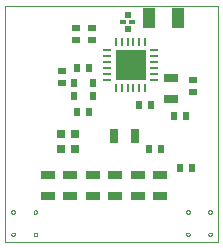
<source format=gtp>
G75*
%MOIN*%
%OFA0B0*%
%FSLAX25Y25*%
%IPPOS*%
%LPD*%
%AMOC8*
5,1,8,0,0,1.08239X$1,22.5*
%
%ADD10C,0.00000*%
%ADD11R,0.03000X0.01000*%
%ADD12R,0.01000X0.03000*%
%ADD13R,0.10400X0.10400*%
%ADD14C,0.00100*%
%ADD15R,0.02362X0.02953*%
%ADD16R,0.01969X0.01181*%
%ADD17R,0.02165X0.02165*%
%ADD18R,0.03937X0.06693*%
%ADD19R,0.02362X0.02756*%
%ADD20R,0.04724X0.03150*%
%ADD21R,0.02756X0.02362*%
%ADD22R,0.02756X0.03150*%
%ADD23R,0.03150X0.04724*%
D10*
X0029368Y0014150D02*
X0029368Y0092890D01*
X0100234Y0092890D01*
X0100234Y0014150D01*
X0029368Y0014150D01*
X0031375Y0016748D02*
X0031377Y0016796D01*
X0031383Y0016844D01*
X0031393Y0016891D01*
X0031406Y0016937D01*
X0031424Y0016982D01*
X0031444Y0017026D01*
X0031469Y0017068D01*
X0031497Y0017107D01*
X0031527Y0017144D01*
X0031561Y0017178D01*
X0031598Y0017210D01*
X0031636Y0017239D01*
X0031677Y0017264D01*
X0031720Y0017286D01*
X0031765Y0017304D01*
X0031811Y0017318D01*
X0031858Y0017329D01*
X0031906Y0017336D01*
X0031954Y0017339D01*
X0032002Y0017338D01*
X0032050Y0017333D01*
X0032098Y0017324D01*
X0032144Y0017312D01*
X0032189Y0017295D01*
X0032233Y0017275D01*
X0032275Y0017252D01*
X0032315Y0017225D01*
X0032353Y0017195D01*
X0032388Y0017162D01*
X0032420Y0017126D01*
X0032450Y0017088D01*
X0032476Y0017047D01*
X0032498Y0017004D01*
X0032518Y0016960D01*
X0032533Y0016915D01*
X0032545Y0016868D01*
X0032553Y0016820D01*
X0032557Y0016772D01*
X0032557Y0016724D01*
X0032553Y0016676D01*
X0032545Y0016628D01*
X0032533Y0016581D01*
X0032518Y0016536D01*
X0032498Y0016492D01*
X0032476Y0016449D01*
X0032450Y0016408D01*
X0032420Y0016370D01*
X0032388Y0016334D01*
X0032353Y0016301D01*
X0032315Y0016271D01*
X0032275Y0016244D01*
X0032233Y0016221D01*
X0032189Y0016201D01*
X0032144Y0016184D01*
X0032098Y0016172D01*
X0032050Y0016163D01*
X0032002Y0016158D01*
X0031954Y0016157D01*
X0031906Y0016160D01*
X0031858Y0016167D01*
X0031811Y0016178D01*
X0031765Y0016192D01*
X0031720Y0016210D01*
X0031677Y0016232D01*
X0031636Y0016257D01*
X0031598Y0016286D01*
X0031561Y0016318D01*
X0031527Y0016352D01*
X0031497Y0016389D01*
X0031469Y0016428D01*
X0031444Y0016470D01*
X0031424Y0016514D01*
X0031406Y0016559D01*
X0031393Y0016605D01*
X0031383Y0016652D01*
X0031377Y0016700D01*
X0031375Y0016748D01*
X0031375Y0024150D02*
X0031377Y0024198D01*
X0031383Y0024246D01*
X0031393Y0024293D01*
X0031406Y0024339D01*
X0031424Y0024384D01*
X0031444Y0024428D01*
X0031469Y0024470D01*
X0031497Y0024509D01*
X0031527Y0024546D01*
X0031561Y0024580D01*
X0031598Y0024612D01*
X0031636Y0024641D01*
X0031677Y0024666D01*
X0031720Y0024688D01*
X0031765Y0024706D01*
X0031811Y0024720D01*
X0031858Y0024731D01*
X0031906Y0024738D01*
X0031954Y0024741D01*
X0032002Y0024740D01*
X0032050Y0024735D01*
X0032098Y0024726D01*
X0032144Y0024714D01*
X0032189Y0024697D01*
X0032233Y0024677D01*
X0032275Y0024654D01*
X0032315Y0024627D01*
X0032353Y0024597D01*
X0032388Y0024564D01*
X0032420Y0024528D01*
X0032450Y0024490D01*
X0032476Y0024449D01*
X0032498Y0024406D01*
X0032518Y0024362D01*
X0032533Y0024317D01*
X0032545Y0024270D01*
X0032553Y0024222D01*
X0032557Y0024174D01*
X0032557Y0024126D01*
X0032553Y0024078D01*
X0032545Y0024030D01*
X0032533Y0023983D01*
X0032518Y0023938D01*
X0032498Y0023894D01*
X0032476Y0023851D01*
X0032450Y0023810D01*
X0032420Y0023772D01*
X0032388Y0023736D01*
X0032353Y0023703D01*
X0032315Y0023673D01*
X0032275Y0023646D01*
X0032233Y0023623D01*
X0032189Y0023603D01*
X0032144Y0023586D01*
X0032098Y0023574D01*
X0032050Y0023565D01*
X0032002Y0023560D01*
X0031954Y0023559D01*
X0031906Y0023562D01*
X0031858Y0023569D01*
X0031811Y0023580D01*
X0031765Y0023594D01*
X0031720Y0023612D01*
X0031677Y0023634D01*
X0031636Y0023659D01*
X0031598Y0023688D01*
X0031561Y0023720D01*
X0031527Y0023754D01*
X0031497Y0023791D01*
X0031469Y0023830D01*
X0031444Y0023872D01*
X0031424Y0023916D01*
X0031406Y0023961D01*
X0031393Y0024007D01*
X0031383Y0024054D01*
X0031377Y0024102D01*
X0031375Y0024150D01*
X0038777Y0024150D02*
X0038779Y0024198D01*
X0038785Y0024246D01*
X0038795Y0024293D01*
X0038808Y0024339D01*
X0038826Y0024384D01*
X0038846Y0024428D01*
X0038871Y0024470D01*
X0038899Y0024509D01*
X0038929Y0024546D01*
X0038963Y0024580D01*
X0039000Y0024612D01*
X0039038Y0024641D01*
X0039079Y0024666D01*
X0039122Y0024688D01*
X0039167Y0024706D01*
X0039213Y0024720D01*
X0039260Y0024731D01*
X0039308Y0024738D01*
X0039356Y0024741D01*
X0039404Y0024740D01*
X0039452Y0024735D01*
X0039500Y0024726D01*
X0039546Y0024714D01*
X0039591Y0024697D01*
X0039635Y0024677D01*
X0039677Y0024654D01*
X0039717Y0024627D01*
X0039755Y0024597D01*
X0039790Y0024564D01*
X0039822Y0024528D01*
X0039852Y0024490D01*
X0039878Y0024449D01*
X0039900Y0024406D01*
X0039920Y0024362D01*
X0039935Y0024317D01*
X0039947Y0024270D01*
X0039955Y0024222D01*
X0039959Y0024174D01*
X0039959Y0024126D01*
X0039955Y0024078D01*
X0039947Y0024030D01*
X0039935Y0023983D01*
X0039920Y0023938D01*
X0039900Y0023894D01*
X0039878Y0023851D01*
X0039852Y0023810D01*
X0039822Y0023772D01*
X0039790Y0023736D01*
X0039755Y0023703D01*
X0039717Y0023673D01*
X0039677Y0023646D01*
X0039635Y0023623D01*
X0039591Y0023603D01*
X0039546Y0023586D01*
X0039500Y0023574D01*
X0039452Y0023565D01*
X0039404Y0023560D01*
X0039356Y0023559D01*
X0039308Y0023562D01*
X0039260Y0023569D01*
X0039213Y0023580D01*
X0039167Y0023594D01*
X0039122Y0023612D01*
X0039079Y0023634D01*
X0039038Y0023659D01*
X0039000Y0023688D01*
X0038963Y0023720D01*
X0038929Y0023754D01*
X0038899Y0023791D01*
X0038871Y0023830D01*
X0038846Y0023872D01*
X0038826Y0023916D01*
X0038808Y0023961D01*
X0038795Y0024007D01*
X0038785Y0024054D01*
X0038779Y0024102D01*
X0038777Y0024150D01*
X0038777Y0016748D02*
X0038779Y0016796D01*
X0038785Y0016844D01*
X0038795Y0016891D01*
X0038808Y0016937D01*
X0038826Y0016982D01*
X0038846Y0017026D01*
X0038871Y0017068D01*
X0038899Y0017107D01*
X0038929Y0017144D01*
X0038963Y0017178D01*
X0039000Y0017210D01*
X0039038Y0017239D01*
X0039079Y0017264D01*
X0039122Y0017286D01*
X0039167Y0017304D01*
X0039213Y0017318D01*
X0039260Y0017329D01*
X0039308Y0017336D01*
X0039356Y0017339D01*
X0039404Y0017338D01*
X0039452Y0017333D01*
X0039500Y0017324D01*
X0039546Y0017312D01*
X0039591Y0017295D01*
X0039635Y0017275D01*
X0039677Y0017252D01*
X0039717Y0017225D01*
X0039755Y0017195D01*
X0039790Y0017162D01*
X0039822Y0017126D01*
X0039852Y0017088D01*
X0039878Y0017047D01*
X0039900Y0017004D01*
X0039920Y0016960D01*
X0039935Y0016915D01*
X0039947Y0016868D01*
X0039955Y0016820D01*
X0039959Y0016772D01*
X0039959Y0016724D01*
X0039955Y0016676D01*
X0039947Y0016628D01*
X0039935Y0016581D01*
X0039920Y0016536D01*
X0039900Y0016492D01*
X0039878Y0016449D01*
X0039852Y0016408D01*
X0039822Y0016370D01*
X0039790Y0016334D01*
X0039755Y0016301D01*
X0039717Y0016271D01*
X0039677Y0016244D01*
X0039635Y0016221D01*
X0039591Y0016201D01*
X0039546Y0016184D01*
X0039500Y0016172D01*
X0039452Y0016163D01*
X0039404Y0016158D01*
X0039356Y0016157D01*
X0039308Y0016160D01*
X0039260Y0016167D01*
X0039213Y0016178D01*
X0039167Y0016192D01*
X0039122Y0016210D01*
X0039079Y0016232D01*
X0039038Y0016257D01*
X0039000Y0016286D01*
X0038963Y0016318D01*
X0038929Y0016352D01*
X0038899Y0016389D01*
X0038871Y0016428D01*
X0038846Y0016470D01*
X0038826Y0016514D01*
X0038808Y0016559D01*
X0038795Y0016605D01*
X0038785Y0016652D01*
X0038779Y0016700D01*
X0038777Y0016748D01*
X0089643Y0016748D02*
X0089645Y0016796D01*
X0089651Y0016844D01*
X0089661Y0016891D01*
X0089674Y0016937D01*
X0089692Y0016982D01*
X0089712Y0017026D01*
X0089737Y0017068D01*
X0089765Y0017107D01*
X0089795Y0017144D01*
X0089829Y0017178D01*
X0089866Y0017210D01*
X0089904Y0017239D01*
X0089945Y0017264D01*
X0089988Y0017286D01*
X0090033Y0017304D01*
X0090079Y0017318D01*
X0090126Y0017329D01*
X0090174Y0017336D01*
X0090222Y0017339D01*
X0090270Y0017338D01*
X0090318Y0017333D01*
X0090366Y0017324D01*
X0090412Y0017312D01*
X0090457Y0017295D01*
X0090501Y0017275D01*
X0090543Y0017252D01*
X0090583Y0017225D01*
X0090621Y0017195D01*
X0090656Y0017162D01*
X0090688Y0017126D01*
X0090718Y0017088D01*
X0090744Y0017047D01*
X0090766Y0017004D01*
X0090786Y0016960D01*
X0090801Y0016915D01*
X0090813Y0016868D01*
X0090821Y0016820D01*
X0090825Y0016772D01*
X0090825Y0016724D01*
X0090821Y0016676D01*
X0090813Y0016628D01*
X0090801Y0016581D01*
X0090786Y0016536D01*
X0090766Y0016492D01*
X0090744Y0016449D01*
X0090718Y0016408D01*
X0090688Y0016370D01*
X0090656Y0016334D01*
X0090621Y0016301D01*
X0090583Y0016271D01*
X0090543Y0016244D01*
X0090501Y0016221D01*
X0090457Y0016201D01*
X0090412Y0016184D01*
X0090366Y0016172D01*
X0090318Y0016163D01*
X0090270Y0016158D01*
X0090222Y0016157D01*
X0090174Y0016160D01*
X0090126Y0016167D01*
X0090079Y0016178D01*
X0090033Y0016192D01*
X0089988Y0016210D01*
X0089945Y0016232D01*
X0089904Y0016257D01*
X0089866Y0016286D01*
X0089829Y0016318D01*
X0089795Y0016352D01*
X0089765Y0016389D01*
X0089737Y0016428D01*
X0089712Y0016470D01*
X0089692Y0016514D01*
X0089674Y0016559D01*
X0089661Y0016605D01*
X0089651Y0016652D01*
X0089645Y0016700D01*
X0089643Y0016748D01*
X0089643Y0024150D02*
X0089645Y0024198D01*
X0089651Y0024246D01*
X0089661Y0024293D01*
X0089674Y0024339D01*
X0089692Y0024384D01*
X0089712Y0024428D01*
X0089737Y0024470D01*
X0089765Y0024509D01*
X0089795Y0024546D01*
X0089829Y0024580D01*
X0089866Y0024612D01*
X0089904Y0024641D01*
X0089945Y0024666D01*
X0089988Y0024688D01*
X0090033Y0024706D01*
X0090079Y0024720D01*
X0090126Y0024731D01*
X0090174Y0024738D01*
X0090222Y0024741D01*
X0090270Y0024740D01*
X0090318Y0024735D01*
X0090366Y0024726D01*
X0090412Y0024714D01*
X0090457Y0024697D01*
X0090501Y0024677D01*
X0090543Y0024654D01*
X0090583Y0024627D01*
X0090621Y0024597D01*
X0090656Y0024564D01*
X0090688Y0024528D01*
X0090718Y0024490D01*
X0090744Y0024449D01*
X0090766Y0024406D01*
X0090786Y0024362D01*
X0090801Y0024317D01*
X0090813Y0024270D01*
X0090821Y0024222D01*
X0090825Y0024174D01*
X0090825Y0024126D01*
X0090821Y0024078D01*
X0090813Y0024030D01*
X0090801Y0023983D01*
X0090786Y0023938D01*
X0090766Y0023894D01*
X0090744Y0023851D01*
X0090718Y0023810D01*
X0090688Y0023772D01*
X0090656Y0023736D01*
X0090621Y0023703D01*
X0090583Y0023673D01*
X0090543Y0023646D01*
X0090501Y0023623D01*
X0090457Y0023603D01*
X0090412Y0023586D01*
X0090366Y0023574D01*
X0090318Y0023565D01*
X0090270Y0023560D01*
X0090222Y0023559D01*
X0090174Y0023562D01*
X0090126Y0023569D01*
X0090079Y0023580D01*
X0090033Y0023594D01*
X0089988Y0023612D01*
X0089945Y0023634D01*
X0089904Y0023659D01*
X0089866Y0023688D01*
X0089829Y0023720D01*
X0089795Y0023754D01*
X0089765Y0023791D01*
X0089737Y0023830D01*
X0089712Y0023872D01*
X0089692Y0023916D01*
X0089674Y0023961D01*
X0089661Y0024007D01*
X0089651Y0024054D01*
X0089645Y0024102D01*
X0089643Y0024150D01*
X0097044Y0024150D02*
X0097046Y0024198D01*
X0097052Y0024246D01*
X0097062Y0024293D01*
X0097075Y0024339D01*
X0097093Y0024384D01*
X0097113Y0024428D01*
X0097138Y0024470D01*
X0097166Y0024509D01*
X0097196Y0024546D01*
X0097230Y0024580D01*
X0097267Y0024612D01*
X0097305Y0024641D01*
X0097346Y0024666D01*
X0097389Y0024688D01*
X0097434Y0024706D01*
X0097480Y0024720D01*
X0097527Y0024731D01*
X0097575Y0024738D01*
X0097623Y0024741D01*
X0097671Y0024740D01*
X0097719Y0024735D01*
X0097767Y0024726D01*
X0097813Y0024714D01*
X0097858Y0024697D01*
X0097902Y0024677D01*
X0097944Y0024654D01*
X0097984Y0024627D01*
X0098022Y0024597D01*
X0098057Y0024564D01*
X0098089Y0024528D01*
X0098119Y0024490D01*
X0098145Y0024449D01*
X0098167Y0024406D01*
X0098187Y0024362D01*
X0098202Y0024317D01*
X0098214Y0024270D01*
X0098222Y0024222D01*
X0098226Y0024174D01*
X0098226Y0024126D01*
X0098222Y0024078D01*
X0098214Y0024030D01*
X0098202Y0023983D01*
X0098187Y0023938D01*
X0098167Y0023894D01*
X0098145Y0023851D01*
X0098119Y0023810D01*
X0098089Y0023772D01*
X0098057Y0023736D01*
X0098022Y0023703D01*
X0097984Y0023673D01*
X0097944Y0023646D01*
X0097902Y0023623D01*
X0097858Y0023603D01*
X0097813Y0023586D01*
X0097767Y0023574D01*
X0097719Y0023565D01*
X0097671Y0023560D01*
X0097623Y0023559D01*
X0097575Y0023562D01*
X0097527Y0023569D01*
X0097480Y0023580D01*
X0097434Y0023594D01*
X0097389Y0023612D01*
X0097346Y0023634D01*
X0097305Y0023659D01*
X0097267Y0023688D01*
X0097230Y0023720D01*
X0097196Y0023754D01*
X0097166Y0023791D01*
X0097138Y0023830D01*
X0097113Y0023872D01*
X0097093Y0023916D01*
X0097075Y0023961D01*
X0097062Y0024007D01*
X0097052Y0024054D01*
X0097046Y0024102D01*
X0097044Y0024150D01*
X0097044Y0016748D02*
X0097046Y0016796D01*
X0097052Y0016844D01*
X0097062Y0016891D01*
X0097075Y0016937D01*
X0097093Y0016982D01*
X0097113Y0017026D01*
X0097138Y0017068D01*
X0097166Y0017107D01*
X0097196Y0017144D01*
X0097230Y0017178D01*
X0097267Y0017210D01*
X0097305Y0017239D01*
X0097346Y0017264D01*
X0097389Y0017286D01*
X0097434Y0017304D01*
X0097480Y0017318D01*
X0097527Y0017329D01*
X0097575Y0017336D01*
X0097623Y0017339D01*
X0097671Y0017338D01*
X0097719Y0017333D01*
X0097767Y0017324D01*
X0097813Y0017312D01*
X0097858Y0017295D01*
X0097902Y0017275D01*
X0097944Y0017252D01*
X0097984Y0017225D01*
X0098022Y0017195D01*
X0098057Y0017162D01*
X0098089Y0017126D01*
X0098119Y0017088D01*
X0098145Y0017047D01*
X0098167Y0017004D01*
X0098187Y0016960D01*
X0098202Y0016915D01*
X0098214Y0016868D01*
X0098222Y0016820D01*
X0098226Y0016772D01*
X0098226Y0016724D01*
X0098222Y0016676D01*
X0098214Y0016628D01*
X0098202Y0016581D01*
X0098187Y0016536D01*
X0098167Y0016492D01*
X0098145Y0016449D01*
X0098119Y0016408D01*
X0098089Y0016370D01*
X0098057Y0016334D01*
X0098022Y0016301D01*
X0097984Y0016271D01*
X0097944Y0016244D01*
X0097902Y0016221D01*
X0097858Y0016201D01*
X0097813Y0016184D01*
X0097767Y0016172D01*
X0097719Y0016163D01*
X0097671Y0016158D01*
X0097623Y0016157D01*
X0097575Y0016160D01*
X0097527Y0016167D01*
X0097480Y0016178D01*
X0097434Y0016192D01*
X0097389Y0016210D01*
X0097346Y0016232D01*
X0097305Y0016257D01*
X0097267Y0016286D01*
X0097230Y0016318D01*
X0097196Y0016352D01*
X0097166Y0016389D01*
X0097138Y0016428D01*
X0097113Y0016470D01*
X0097093Y0016514D01*
X0097075Y0016559D01*
X0097062Y0016605D01*
X0097052Y0016652D01*
X0097046Y0016700D01*
X0097044Y0016748D01*
D11*
X0078850Y0068283D03*
X0078850Y0070252D03*
X0078850Y0072220D03*
X0078850Y0074189D03*
X0078850Y0076157D03*
X0078850Y0078126D03*
X0063350Y0078126D03*
X0063350Y0076157D03*
X0063350Y0074189D03*
X0063350Y0072220D03*
X0063350Y0070252D03*
X0063350Y0068283D03*
D12*
X0066179Y0065455D03*
X0068147Y0065455D03*
X0070116Y0065455D03*
X0072084Y0065455D03*
X0074053Y0065455D03*
X0076021Y0065455D03*
X0076021Y0080955D03*
X0074053Y0080955D03*
X0072084Y0080955D03*
X0070116Y0080955D03*
X0068147Y0080955D03*
X0066179Y0080955D03*
D13*
X0071100Y0073205D03*
D14*
X0070706Y0073598D02*
X0070706Y0078011D01*
X0066294Y0078011D01*
X0066294Y0073598D01*
X0070706Y0073598D01*
X0070706Y0073650D02*
X0066294Y0073650D01*
X0066294Y0073749D02*
X0070706Y0073749D01*
X0070706Y0073847D02*
X0066294Y0073847D01*
X0066294Y0073946D02*
X0070706Y0073946D01*
X0070706Y0074044D02*
X0066294Y0074044D01*
X0066294Y0074143D02*
X0070706Y0074143D01*
X0070706Y0074242D02*
X0066294Y0074242D01*
X0066294Y0074340D02*
X0070706Y0074340D01*
X0070706Y0074439D02*
X0066294Y0074439D01*
X0066294Y0074537D02*
X0070706Y0074537D01*
X0070706Y0074636D02*
X0066294Y0074636D01*
X0066294Y0074734D02*
X0070706Y0074734D01*
X0070706Y0074833D02*
X0066294Y0074833D01*
X0066294Y0074931D02*
X0070706Y0074931D01*
X0070706Y0075030D02*
X0066294Y0075030D01*
X0066294Y0075128D02*
X0070706Y0075128D01*
X0070706Y0075227D02*
X0066294Y0075227D01*
X0066294Y0075325D02*
X0070706Y0075325D01*
X0070706Y0075424D02*
X0066294Y0075424D01*
X0066294Y0075522D02*
X0070706Y0075522D01*
X0070706Y0075621D02*
X0066294Y0075621D01*
X0066294Y0075719D02*
X0070706Y0075719D01*
X0070706Y0075818D02*
X0066294Y0075818D01*
X0066294Y0075916D02*
X0070706Y0075916D01*
X0070706Y0076015D02*
X0066294Y0076015D01*
X0066294Y0076113D02*
X0070706Y0076113D01*
X0070706Y0076212D02*
X0066294Y0076212D01*
X0066294Y0076310D02*
X0070706Y0076310D01*
X0070706Y0076409D02*
X0066294Y0076409D01*
X0066294Y0076507D02*
X0070706Y0076507D01*
X0070706Y0076606D02*
X0066294Y0076606D01*
X0066294Y0076704D02*
X0070706Y0076704D01*
X0070706Y0076803D02*
X0066294Y0076803D01*
X0066294Y0076901D02*
X0070706Y0076901D01*
X0070706Y0077000D02*
X0066294Y0077000D01*
X0066294Y0077098D02*
X0070706Y0077098D01*
X0070706Y0077197D02*
X0066294Y0077197D01*
X0066294Y0077295D02*
X0070706Y0077295D01*
X0070706Y0077394D02*
X0066294Y0077394D01*
X0066294Y0077492D02*
X0070706Y0077492D01*
X0070706Y0077591D02*
X0066294Y0077591D01*
X0066294Y0077689D02*
X0070706Y0077689D01*
X0070706Y0077788D02*
X0066294Y0077788D01*
X0066294Y0077886D02*
X0070706Y0077886D01*
X0070706Y0077985D02*
X0066294Y0077985D01*
X0066294Y0072811D02*
X0070706Y0072811D01*
X0070706Y0068398D01*
X0066294Y0068398D01*
X0066294Y0072811D01*
X0066294Y0072764D02*
X0070706Y0072764D01*
X0070706Y0072665D02*
X0066294Y0072665D01*
X0066294Y0072567D02*
X0070706Y0072567D01*
X0070706Y0072468D02*
X0066294Y0072468D01*
X0066294Y0072370D02*
X0070706Y0072370D01*
X0070706Y0072271D02*
X0066294Y0072271D01*
X0066294Y0072173D02*
X0070706Y0072173D01*
X0070706Y0072074D02*
X0066294Y0072074D01*
X0066294Y0071976D02*
X0070706Y0071976D01*
X0070706Y0071877D02*
X0066294Y0071877D01*
X0066294Y0071779D02*
X0070706Y0071779D01*
X0070706Y0071680D02*
X0066294Y0071680D01*
X0066294Y0071582D02*
X0070706Y0071582D01*
X0070706Y0071483D02*
X0066294Y0071483D01*
X0066294Y0071385D02*
X0070706Y0071385D01*
X0070706Y0071286D02*
X0066294Y0071286D01*
X0066294Y0071188D02*
X0070706Y0071188D01*
X0070706Y0071089D02*
X0066294Y0071089D01*
X0066294Y0070991D02*
X0070706Y0070991D01*
X0070706Y0070892D02*
X0066294Y0070892D01*
X0066294Y0070794D02*
X0070706Y0070794D01*
X0070706Y0070695D02*
X0066294Y0070695D01*
X0066294Y0070597D02*
X0070706Y0070597D01*
X0070706Y0070498D02*
X0066294Y0070498D01*
X0066294Y0070400D02*
X0070706Y0070400D01*
X0070706Y0070301D02*
X0066294Y0070301D01*
X0066294Y0070203D02*
X0070706Y0070203D01*
X0070706Y0070104D02*
X0066294Y0070104D01*
X0066294Y0070006D02*
X0070706Y0070006D01*
X0070706Y0069907D02*
X0066294Y0069907D01*
X0066294Y0069809D02*
X0070706Y0069809D01*
X0070706Y0069710D02*
X0066294Y0069710D01*
X0066294Y0069611D02*
X0070706Y0069611D01*
X0070706Y0069513D02*
X0066294Y0069513D01*
X0066294Y0069414D02*
X0070706Y0069414D01*
X0070706Y0069316D02*
X0066294Y0069316D01*
X0066294Y0069217D02*
X0070706Y0069217D01*
X0070706Y0069119D02*
X0066294Y0069119D01*
X0066294Y0069020D02*
X0070706Y0069020D01*
X0070706Y0068922D02*
X0066294Y0068922D01*
X0066294Y0068823D02*
X0070706Y0068823D01*
X0070706Y0068725D02*
X0066294Y0068725D01*
X0066294Y0068626D02*
X0070706Y0068626D01*
X0070706Y0068528D02*
X0066294Y0068528D01*
X0066294Y0068429D02*
X0070706Y0068429D01*
X0071494Y0068429D02*
X0075906Y0068429D01*
X0075906Y0068398D02*
X0075906Y0072811D01*
X0071494Y0072811D01*
X0071494Y0068398D01*
X0075906Y0068398D01*
X0075906Y0068528D02*
X0071494Y0068528D01*
X0071494Y0068626D02*
X0075906Y0068626D01*
X0075906Y0068725D02*
X0071494Y0068725D01*
X0071494Y0068823D02*
X0075906Y0068823D01*
X0075906Y0068922D02*
X0071494Y0068922D01*
X0071494Y0069020D02*
X0075906Y0069020D01*
X0075906Y0069119D02*
X0071494Y0069119D01*
X0071494Y0069217D02*
X0075906Y0069217D01*
X0075906Y0069316D02*
X0071494Y0069316D01*
X0071494Y0069414D02*
X0075906Y0069414D01*
X0075906Y0069513D02*
X0071494Y0069513D01*
X0071494Y0069611D02*
X0075906Y0069611D01*
X0075906Y0069710D02*
X0071494Y0069710D01*
X0071494Y0069809D02*
X0075906Y0069809D01*
X0075906Y0069907D02*
X0071494Y0069907D01*
X0071494Y0070006D02*
X0075906Y0070006D01*
X0075906Y0070104D02*
X0071494Y0070104D01*
X0071494Y0070203D02*
X0075906Y0070203D01*
X0075906Y0070301D02*
X0071494Y0070301D01*
X0071494Y0070400D02*
X0075906Y0070400D01*
X0075906Y0070498D02*
X0071494Y0070498D01*
X0071494Y0070597D02*
X0075906Y0070597D01*
X0075906Y0070695D02*
X0071494Y0070695D01*
X0071494Y0070794D02*
X0075906Y0070794D01*
X0075906Y0070892D02*
X0071494Y0070892D01*
X0071494Y0070991D02*
X0075906Y0070991D01*
X0075906Y0071089D02*
X0071494Y0071089D01*
X0071494Y0071188D02*
X0075906Y0071188D01*
X0075906Y0071286D02*
X0071494Y0071286D01*
X0071494Y0071385D02*
X0075906Y0071385D01*
X0075906Y0071483D02*
X0071494Y0071483D01*
X0071494Y0071582D02*
X0075906Y0071582D01*
X0075906Y0071680D02*
X0071494Y0071680D01*
X0071494Y0071779D02*
X0075906Y0071779D01*
X0075906Y0071877D02*
X0071494Y0071877D01*
X0071494Y0071976D02*
X0075906Y0071976D01*
X0075906Y0072074D02*
X0071494Y0072074D01*
X0071494Y0072173D02*
X0075906Y0072173D01*
X0075906Y0072271D02*
X0071494Y0072271D01*
X0071494Y0072370D02*
X0075906Y0072370D01*
X0075906Y0072468D02*
X0071494Y0072468D01*
X0071494Y0072567D02*
X0075906Y0072567D01*
X0075906Y0072665D02*
X0071494Y0072665D01*
X0071494Y0072764D02*
X0075906Y0072764D01*
X0075906Y0073598D02*
X0075906Y0078011D01*
X0071494Y0078011D01*
X0071494Y0073598D01*
X0075906Y0073598D01*
X0075906Y0073650D02*
X0071494Y0073650D01*
X0071494Y0073749D02*
X0075906Y0073749D01*
X0075906Y0073847D02*
X0071494Y0073847D01*
X0071494Y0073946D02*
X0075906Y0073946D01*
X0075906Y0074044D02*
X0071494Y0074044D01*
X0071494Y0074143D02*
X0075906Y0074143D01*
X0075906Y0074242D02*
X0071494Y0074242D01*
X0071494Y0074340D02*
X0075906Y0074340D01*
X0075906Y0074439D02*
X0071494Y0074439D01*
X0071494Y0074537D02*
X0075906Y0074537D01*
X0075906Y0074636D02*
X0071494Y0074636D01*
X0071494Y0074734D02*
X0075906Y0074734D01*
X0075906Y0074833D02*
X0071494Y0074833D01*
X0071494Y0074931D02*
X0075906Y0074931D01*
X0075906Y0075030D02*
X0071494Y0075030D01*
X0071494Y0075128D02*
X0075906Y0075128D01*
X0075906Y0075227D02*
X0071494Y0075227D01*
X0071494Y0075325D02*
X0075906Y0075325D01*
X0075906Y0075424D02*
X0071494Y0075424D01*
X0071494Y0075522D02*
X0075906Y0075522D01*
X0075906Y0075621D02*
X0071494Y0075621D01*
X0071494Y0075719D02*
X0075906Y0075719D01*
X0075906Y0075818D02*
X0071494Y0075818D01*
X0071494Y0075916D02*
X0075906Y0075916D01*
X0075906Y0076015D02*
X0071494Y0076015D01*
X0071494Y0076113D02*
X0075906Y0076113D01*
X0075906Y0076212D02*
X0071494Y0076212D01*
X0071494Y0076310D02*
X0075906Y0076310D01*
X0075906Y0076409D02*
X0071494Y0076409D01*
X0071494Y0076507D02*
X0075906Y0076507D01*
X0075906Y0076606D02*
X0071494Y0076606D01*
X0071494Y0076704D02*
X0075906Y0076704D01*
X0075906Y0076803D02*
X0071494Y0076803D01*
X0071494Y0076901D02*
X0075906Y0076901D01*
X0075906Y0077000D02*
X0071494Y0077000D01*
X0071494Y0077098D02*
X0075906Y0077098D01*
X0075906Y0077197D02*
X0071494Y0077197D01*
X0071494Y0077295D02*
X0075906Y0077295D01*
X0075906Y0077394D02*
X0071494Y0077394D01*
X0071494Y0077492D02*
X0075906Y0077492D01*
X0075906Y0077591D02*
X0071494Y0077591D01*
X0071494Y0077689D02*
X0075906Y0077689D01*
X0075906Y0077788D02*
X0071494Y0077788D01*
X0071494Y0077886D02*
X0075906Y0077886D01*
X0075906Y0077985D02*
X0071494Y0077985D01*
D15*
X0058600Y0067161D03*
X0058600Y0062713D03*
X0052104Y0062713D03*
X0052104Y0067161D03*
D16*
X0068738Y0087378D03*
X0071494Y0087378D03*
D17*
X0070116Y0089740D03*
X0070116Y0085016D03*
D18*
X0077202Y0088756D03*
X0087045Y0088756D03*
D19*
X0077793Y0059819D03*
X0073856Y0059819D03*
X0085667Y0056276D03*
X0089604Y0056276D03*
X0081336Y0045252D03*
X0077399Y0045252D03*
X0087635Y0038953D03*
X0091572Y0038953D03*
X0057320Y0057457D03*
X0053383Y0057457D03*
X0053383Y0072220D03*
X0057320Y0072220D03*
D20*
X0084486Y0068874D03*
X0084486Y0061787D03*
X0080943Y0036591D03*
X0080943Y0029504D03*
X0073462Y0029504D03*
X0073462Y0036591D03*
X0065982Y0036591D03*
X0065982Y0029504D03*
X0058502Y0029504D03*
X0058502Y0036591D03*
X0051021Y0036591D03*
X0051021Y0029504D03*
X0043541Y0029504D03*
X0043541Y0036591D03*
D21*
X0048265Y0067299D03*
X0048265Y0071236D03*
X0052990Y0081472D03*
X0052990Y0085409D03*
X0058108Y0085409D03*
X0058108Y0081472D03*
X0091966Y0068087D03*
X0091966Y0064150D03*
D22*
X0052596Y0050173D03*
X0047872Y0050173D03*
X0047872Y0045055D03*
X0052596Y0045055D03*
D23*
X0065588Y0049583D03*
X0072675Y0049583D03*
M02*

</source>
